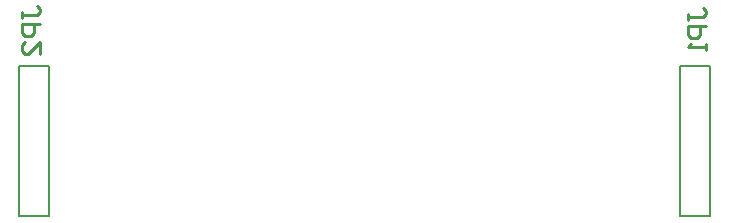
<source format=gbo>
G04 Layer_Color=32896*
%FSLAX25Y25*%
%MOIN*%
G70*
G01*
G75*
%ADD25C,0.01000*%
%ADD36C,0.00787*%
D25*
X225702Y111501D02*
Y113501D01*
Y112501D01*
X230700D01*
X231700Y113501D01*
Y114500D01*
X230700Y115500D01*
X231700Y109502D02*
X225702D01*
Y106503D01*
X226702Y105503D01*
X228701D01*
X229701Y106503D01*
Y109502D01*
X231700Y103504D02*
Y101505D01*
Y102504D01*
X225702D01*
X226702Y103504D01*
X3802Y112001D02*
Y114001D01*
Y113001D01*
X8800D01*
X9800Y114001D01*
Y115000D01*
X8800Y116000D01*
X9800Y110002D02*
X3802D01*
Y107003D01*
X4802Y106003D01*
X6801D01*
X7801Y107003D01*
Y110002D01*
X9800Y100005D02*
Y104004D01*
X5801Y100005D01*
X4802D01*
X3802Y101005D01*
Y103004D01*
X4802Y104004D01*
D36*
X2700Y46000D02*
X12700D01*
Y96000D01*
X2700Y46000D02*
Y96000D01*
X12700D01*
X223346Y46181D02*
X233347D01*
Y96181D01*
X223346Y46181D02*
Y96181D01*
X233347D01*
M02*

</source>
